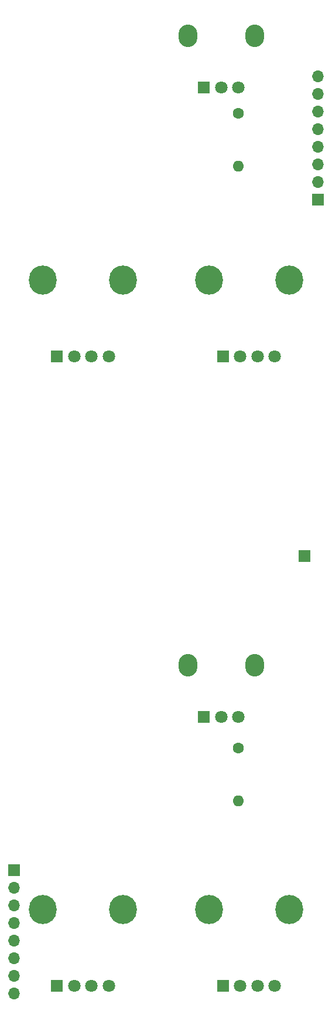
<source format=gbs>
%TF.GenerationSoftware,KiCad,Pcbnew,9.0.0*%
%TF.CreationDate,2025-03-16T11:52:38+01:00*%
%TF.ProjectId,DMH_Transistor_VCA_PCB_Conn,444d485f-5472-4616-9e73-6973746f725f,1*%
%TF.SameCoordinates,Original*%
%TF.FileFunction,Soldermask,Bot*%
%TF.FilePolarity,Negative*%
%FSLAX46Y46*%
G04 Gerber Fmt 4.6, Leading zero omitted, Abs format (unit mm)*
G04 Created by KiCad (PCBNEW 9.0.0) date 2025-03-16 11:52:38*
%MOMM*%
%LPD*%
G01*
G04 APERTURE LIST*
%ADD10C,1.600000*%
%ADD11O,1.600000X1.600000*%
%ADD12O,4.000000X4.200000*%
%ADD13C,1.800000*%
%ADD14R,1.800000X1.800000*%
%ADD15R,1.700000X1.700000*%
%ADD16O,2.720000X3.240000*%
%ADD17O,1.700000X1.700000*%
G04 APERTURE END LIST*
D10*
%TO.C,R21*%
X85500000Y-71190000D03*
D11*
X85500000Y-78810000D03*
%TD*%
D12*
%TO.C,RV3*%
X81200000Y-95250000D03*
D13*
X90750000Y-106250000D03*
D12*
X92800000Y-95250000D03*
D14*
X83250000Y-106250000D03*
D13*
X85750000Y-106250000D03*
X88250000Y-106250000D03*
%TD*%
D12*
%TO.C,RV2*%
X57200000Y-95250000D03*
D13*
X66750000Y-106250000D03*
D12*
X68800000Y-95250000D03*
D14*
X59250000Y-106250000D03*
D13*
X61750000Y-106250000D03*
X64250000Y-106250000D03*
%TD*%
D15*
%TO.C,J0*%
X95000000Y-135000000D03*
%TD*%
D12*
%TO.C,RV5*%
X57200000Y-186000000D03*
D13*
X66750000Y-197000000D03*
D12*
X68800000Y-186000000D03*
D14*
X59250000Y-197000000D03*
D13*
X61750000Y-197000000D03*
X64250000Y-197000000D03*
%TD*%
D10*
%TO.C,R40*%
X85500000Y-162690000D03*
D11*
X85500000Y-170310000D03*
%TD*%
D16*
%TO.C,RV4*%
X78200000Y-150750000D03*
X87800000Y-150750000D03*
D14*
X80500000Y-158250000D03*
D13*
X83000000Y-158250000D03*
X85500000Y-158250000D03*
%TD*%
D12*
%TO.C,RV6*%
X81200000Y-186000000D03*
D13*
X90750000Y-197000000D03*
D12*
X92800000Y-186000000D03*
D14*
X83250000Y-197000000D03*
D13*
X85750000Y-197000000D03*
X88250000Y-197000000D03*
%TD*%
D16*
%TO.C,RV1*%
X78200000Y-60000000D03*
X87800000Y-60000000D03*
D14*
X80500000Y-67500000D03*
D13*
X83000000Y-67500000D03*
X85500000Y-67500000D03*
%TD*%
D15*
%TO.C,J60*%
X53000000Y-180375000D03*
D17*
X53000000Y-182915000D03*
X53000000Y-185455000D03*
X53000000Y-187995000D03*
X53000000Y-190535000D03*
X53000000Y-193075000D03*
X53000000Y-195615000D03*
X53000000Y-198155000D03*
%TD*%
D15*
%TO.C,J50*%
X97000000Y-83620000D03*
D17*
X97000000Y-81080000D03*
X97000000Y-78540000D03*
X97000000Y-76000000D03*
X97000000Y-73460000D03*
X97000000Y-70920000D03*
X97000000Y-68380000D03*
X97000000Y-65840000D03*
%TD*%
M02*

</source>
